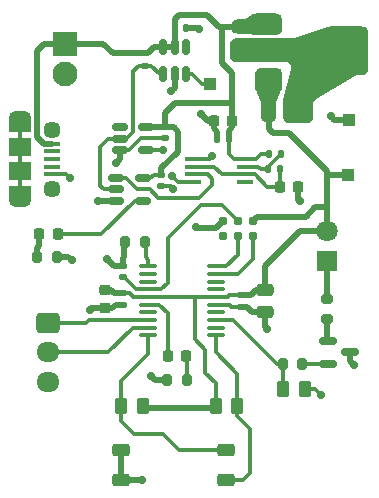
<source format=gbr>
G04 #@! TF.GenerationSoftware,KiCad,Pcbnew,7.0.8*
G04 #@! TF.CreationDate,2024-01-21T00:56:48-07:00*
G04 #@! TF.ProjectId,lapbeacon,6c617062-6561-4636-9f6e-2e6b69636164,v1*
G04 #@! TF.SameCoordinates,Original*
G04 #@! TF.FileFunction,Copper,L1,Top*
G04 #@! TF.FilePolarity,Positive*
%FSLAX46Y46*%
G04 Gerber Fmt 4.6, Leading zero omitted, Abs format (unit mm)*
G04 Created by KiCad (PCBNEW 7.0.8) date 2024-01-21 00:56:48*
%MOMM*%
%LPD*%
G01*
G04 APERTURE LIST*
G04 Aperture macros list*
%AMRoundRect*
0 Rectangle with rounded corners*
0 $1 Rounding radius*
0 $2 $3 $4 $5 $6 $7 $8 $9 X,Y pos of 4 corners*
0 Add a 4 corners polygon primitive as box body*
4,1,4,$2,$3,$4,$5,$6,$7,$8,$9,$2,$3,0*
0 Add four circle primitives for the rounded corners*
1,1,$1+$1,$2,$3*
1,1,$1+$1,$4,$5*
1,1,$1+$1,$6,$7*
1,1,$1+$1,$8,$9*
0 Add four rect primitives between the rounded corners*
20,1,$1+$1,$2,$3,$4,$5,0*
20,1,$1+$1,$4,$5,$6,$7,0*
20,1,$1+$1,$6,$7,$8,$9,0*
20,1,$1+$1,$8,$9,$2,$3,0*%
G04 Aperture macros list end*
G04 #@! TA.AperFunction,SMDPad,CuDef*
%ADD10RoundRect,0.140000X0.140000X0.170000X-0.140000X0.170000X-0.140000X-0.170000X0.140000X-0.170000X0*%
G04 #@! TD*
G04 #@! TA.AperFunction,SMDPad,CuDef*
%ADD11RoundRect,0.200000X0.200000X0.275000X-0.200000X0.275000X-0.200000X-0.275000X0.200000X-0.275000X0*%
G04 #@! TD*
G04 #@! TA.AperFunction,SMDPad,CuDef*
%ADD12RoundRect,0.275000X-0.475000X0.275000X-0.475000X-0.275000X0.475000X-0.275000X0.475000X0.275000X0*%
G04 #@! TD*
G04 #@! TA.AperFunction,SMDPad,CuDef*
%ADD13RoundRect,0.150000X-0.512500X-0.150000X0.512500X-0.150000X0.512500X0.150000X-0.512500X0.150000X0*%
G04 #@! TD*
G04 #@! TA.AperFunction,SMDPad,CuDef*
%ADD14R,1.450000X0.450000*%
G04 #@! TD*
G04 #@! TA.AperFunction,ConnectorPad*
%ADD15C,0.787400*%
G04 #@! TD*
G04 #@! TA.AperFunction,SMDPad,CuDef*
%ADD16RoundRect,0.250000X0.262500X0.450000X-0.262500X0.450000X-0.262500X-0.450000X0.262500X-0.450000X0*%
G04 #@! TD*
G04 #@! TA.AperFunction,SMDPad,CuDef*
%ADD17RoundRect,0.150000X-0.587500X-0.150000X0.587500X-0.150000X0.587500X0.150000X-0.587500X0.150000X0*%
G04 #@! TD*
G04 #@! TA.AperFunction,SMDPad,CuDef*
%ADD18RoundRect,0.140000X-0.140000X-0.170000X0.140000X-0.170000X0.140000X0.170000X-0.140000X0.170000X0*%
G04 #@! TD*
G04 #@! TA.AperFunction,SMDPad,CuDef*
%ADD19RoundRect,0.200000X-0.200000X-0.275000X0.200000X-0.275000X0.200000X0.275000X-0.200000X0.275000X0*%
G04 #@! TD*
G04 #@! TA.AperFunction,SMDPad,CuDef*
%ADD20RoundRect,0.135000X0.135000X0.185000X-0.135000X0.185000X-0.135000X-0.185000X0.135000X-0.185000X0*%
G04 #@! TD*
G04 #@! TA.AperFunction,SMDPad,CuDef*
%ADD21R,2.000000X1.500000*%
G04 #@! TD*
G04 #@! TA.AperFunction,SMDPad,CuDef*
%ADD22R,2.000000X3.800000*%
G04 #@! TD*
G04 #@! TA.AperFunction,SMDPad,CuDef*
%ADD23RoundRect,0.218750X0.218750X0.256250X-0.218750X0.256250X-0.218750X-0.256250X0.218750X-0.256250X0*%
G04 #@! TD*
G04 #@! TA.AperFunction,SMDPad,CuDef*
%ADD24RoundRect,0.140000X-0.170000X0.140000X-0.170000X-0.140000X0.170000X-0.140000X0.170000X0.140000X0*%
G04 #@! TD*
G04 #@! TA.AperFunction,SMDPad,CuDef*
%ADD25RoundRect,0.225000X-0.225000X-0.250000X0.225000X-0.250000X0.225000X0.250000X-0.225000X0.250000X0*%
G04 #@! TD*
G04 #@! TA.AperFunction,SMDPad,CuDef*
%ADD26RoundRect,0.100000X-0.637500X-0.100000X0.637500X-0.100000X0.637500X0.100000X-0.637500X0.100000X0*%
G04 #@! TD*
G04 #@! TA.AperFunction,SMDPad,CuDef*
%ADD27R,1.000000X1.000000*%
G04 #@! TD*
G04 #@! TA.AperFunction,SMDPad,CuDef*
%ADD28RoundRect,0.200000X-0.275000X0.200000X-0.275000X-0.200000X0.275000X-0.200000X0.275000X0.200000X0*%
G04 #@! TD*
G04 #@! TA.AperFunction,SMDPad,CuDef*
%ADD29RoundRect,0.225000X-0.250000X0.225000X-0.250000X-0.225000X0.250000X-0.225000X0.250000X0.225000X0*%
G04 #@! TD*
G04 #@! TA.AperFunction,SMDPad,CuDef*
%ADD30RoundRect,0.218750X-0.218750X-0.256250X0.218750X-0.256250X0.218750X0.256250X-0.218750X0.256250X0*%
G04 #@! TD*
G04 #@! TA.AperFunction,SMDPad,CuDef*
%ADD31RoundRect,0.135000X-0.185000X0.135000X-0.185000X-0.135000X0.185000X-0.135000X0.185000X0.135000X0*%
G04 #@! TD*
G04 #@! TA.AperFunction,ComponentPad*
%ADD32R,2.100000X2.100000*%
G04 #@! TD*
G04 #@! TA.AperFunction,ComponentPad*
%ADD33C,2.100000*%
G04 #@! TD*
G04 #@! TA.AperFunction,SMDPad,CuDef*
%ADD34RoundRect,0.250000X-0.475000X0.250000X-0.475000X-0.250000X0.475000X-0.250000X0.475000X0.250000X0*%
G04 #@! TD*
G04 #@! TA.AperFunction,SMDPad,CuDef*
%ADD35RoundRect,0.225000X0.225000X0.250000X-0.225000X0.250000X-0.225000X-0.250000X0.225000X-0.250000X0*%
G04 #@! TD*
G04 #@! TA.AperFunction,ComponentPad*
%ADD36RoundRect,0.250000X-0.725000X0.600000X-0.725000X-0.600000X0.725000X-0.600000X0.725000X0.600000X0*%
G04 #@! TD*
G04 #@! TA.AperFunction,ComponentPad*
%ADD37O,1.950000X1.700000*%
G04 #@! TD*
G04 #@! TA.AperFunction,SMDPad,CuDef*
%ADD38RoundRect,0.250000X-0.250000X-0.475000X0.250000X-0.475000X0.250000X0.475000X-0.250000X0.475000X0*%
G04 #@! TD*
G04 #@! TA.AperFunction,SMDPad,CuDef*
%ADD39RoundRect,0.250000X-0.262500X-0.450000X0.262500X-0.450000X0.262500X0.450000X-0.262500X0.450000X0*%
G04 #@! TD*
G04 #@! TA.AperFunction,SMDPad,CuDef*
%ADD40RoundRect,0.150000X0.150000X-0.512500X0.150000X0.512500X-0.150000X0.512500X-0.150000X-0.512500X0*%
G04 #@! TD*
G04 #@! TA.AperFunction,SMDPad,CuDef*
%ADD41R,1.350000X0.400000*%
G04 #@! TD*
G04 #@! TA.AperFunction,ComponentPad*
%ADD42O,1.900000X1.200000*%
G04 #@! TD*
G04 #@! TA.AperFunction,SMDPad,CuDef*
%ADD43R,1.900000X1.200000*%
G04 #@! TD*
G04 #@! TA.AperFunction,ComponentPad*
%ADD44C,1.450000*%
G04 #@! TD*
G04 #@! TA.AperFunction,SMDPad,CuDef*
%ADD45R,1.900000X1.500000*%
G04 #@! TD*
G04 #@! TA.AperFunction,ComponentPad*
%ADD46R,1.800000X1.800000*%
G04 #@! TD*
G04 #@! TA.AperFunction,ComponentPad*
%ADD47C,1.800000*%
G04 #@! TD*
G04 #@! TA.AperFunction,ViaPad*
%ADD48C,0.700000*%
G04 #@! TD*
G04 #@! TA.AperFunction,Conductor*
%ADD49C,0.500000*%
G04 #@! TD*
G04 #@! TA.AperFunction,Conductor*
%ADD50C,0.300000*%
G04 #@! TD*
G04 APERTURE END LIST*
D10*
X151680000Y-104900000D03*
X150720000Y-104900000D03*
D11*
X144555000Y-113635000D03*
X142905000Y-113635000D03*
X148125000Y-125300000D03*
X146475000Y-125300000D03*
D12*
X142550000Y-131230000D03*
X142550000Y-133770000D03*
X151450000Y-133770000D03*
X151450000Y-131230000D03*
D13*
X142142500Y-108250000D03*
X142142500Y-109200000D03*
X142142500Y-110150000D03*
X144417500Y-110150000D03*
X144417500Y-108250000D03*
D14*
X148680000Y-106625000D03*
X148680000Y-107275000D03*
X148680000Y-107925000D03*
X148680000Y-108575000D03*
X153080000Y-108575000D03*
X153080000Y-107925000D03*
X153080000Y-107275000D03*
X153080000Y-106625000D03*
D15*
X153730000Y-111865000D03*
X153730000Y-113135000D03*
X152460000Y-111865000D03*
X152460000Y-113135000D03*
X151190000Y-111865000D03*
X151190000Y-113135000D03*
D16*
X158112500Y-126100000D03*
X156287500Y-126100000D03*
D17*
X160062500Y-122050000D03*
X160062500Y-123950000D03*
X161937500Y-123000000D03*
D18*
X147120000Y-95500000D03*
X148080000Y-95500000D03*
D19*
X135475000Y-114900000D03*
X137125000Y-114900000D03*
D20*
X155990000Y-107500000D03*
X154970000Y-107500000D03*
D21*
X155050000Y-95200000D03*
X155050000Y-97500000D03*
D22*
X161350000Y-97500000D03*
D21*
X155050000Y-99800000D03*
D23*
X148072500Y-123300000D03*
X146497500Y-123300000D03*
D24*
X145980000Y-107970000D03*
X145980000Y-108930000D03*
D25*
X156025000Y-109000000D03*
X157575000Y-109000000D03*
D19*
X156275000Y-124000000D03*
X157925000Y-124000000D03*
D26*
X144867500Y-115710000D03*
X144867500Y-116360000D03*
X144867500Y-117010000D03*
X144867500Y-117660000D03*
X144867500Y-118310000D03*
X144867500Y-118960000D03*
X144867500Y-119610000D03*
X144867500Y-120260000D03*
X144867500Y-120910000D03*
X144867500Y-121560000D03*
X150592500Y-121560000D03*
X150592500Y-120910000D03*
X150592500Y-120260000D03*
X150592500Y-119610000D03*
X150592500Y-118960000D03*
X150592500Y-118310000D03*
X150592500Y-117660000D03*
X150592500Y-117010000D03*
X150592500Y-116360000D03*
X150592500Y-115710000D03*
D27*
X161900000Y-103300000D03*
D28*
X160000000Y-118485000D03*
X160000000Y-120135000D03*
D29*
X141230000Y-117725000D03*
X141230000Y-119275000D03*
X152500000Y-95425000D03*
X152500000Y-96975000D03*
D24*
X152730000Y-118155000D03*
X152730000Y-119115000D03*
D30*
X135612500Y-113000000D03*
X137187500Y-113000000D03*
D31*
X144600000Y-97690000D03*
X144600000Y-98710000D03*
D24*
X142730000Y-118000000D03*
X142730000Y-118960000D03*
D32*
X137800000Y-96850000D03*
D33*
X137800000Y-99390000D03*
D24*
X146280000Y-103920000D03*
X146280000Y-104880000D03*
D20*
X156090000Y-106200000D03*
X155070000Y-106200000D03*
D27*
X150100000Y-100300000D03*
D24*
X142730000Y-115655000D03*
X142730000Y-116615000D03*
D34*
X154730000Y-117685000D03*
X154730000Y-119585000D03*
D35*
X151975000Y-103400000D03*
X150425000Y-103400000D03*
D27*
X161800000Y-108000000D03*
D36*
X136400000Y-120500000D03*
D37*
X136400000Y-123000000D03*
X136400000Y-125500000D03*
D38*
X155050000Y-102600000D03*
X156950000Y-102600000D03*
D39*
X150587500Y-127500000D03*
X152412500Y-127500000D03*
D16*
X144412500Y-127500000D03*
X142587500Y-127500000D03*
D40*
X146150000Y-99437500D03*
X147100000Y-99437500D03*
X148050000Y-99437500D03*
X148050000Y-97162500D03*
X147100000Y-97162500D03*
X146150000Y-97162500D03*
D13*
X142442500Y-103950000D03*
X142442500Y-104900000D03*
X142442500Y-105850000D03*
X144717500Y-105850000D03*
X144717500Y-103950000D03*
D41*
X136730000Y-105335000D03*
X136730000Y-105985000D03*
X136730000Y-106635000D03*
X136730000Y-107285000D03*
X136730000Y-107935000D03*
D42*
X134030000Y-103135000D03*
D43*
X134030000Y-103735000D03*
D44*
X136730000Y-104135000D03*
D45*
X134030000Y-105635000D03*
X134030000Y-107635000D03*
D44*
X136730000Y-109135000D03*
D43*
X134030000Y-109535000D03*
D42*
X134030000Y-110135000D03*
D46*
X160000000Y-115260000D03*
D47*
X160000000Y-112720000D03*
D48*
X163100000Y-97000000D03*
X144300000Y-133800000D03*
X158300000Y-103200000D03*
X162300000Y-124100000D03*
X163100000Y-97900000D03*
X159500000Y-126600000D03*
X148900000Y-112400000D03*
X150300000Y-106400000D03*
X156700000Y-98000000D03*
X146800000Y-100900000D03*
X157700000Y-110200000D03*
X149300000Y-102800000D03*
X146968424Y-109144207D03*
X142100000Y-107000000D03*
X153200000Y-98000000D03*
X154900000Y-121000000D03*
X140600000Y-110200000D03*
X163100000Y-96000000D03*
X158300000Y-102100000D03*
X156700000Y-97000000D03*
X163100000Y-98900000D03*
X149200000Y-95600000D03*
X141400000Y-115100000D03*
X138400000Y-115200000D03*
X160300000Y-103000000D03*
X139900000Y-119400000D03*
X145100000Y-125000000D03*
X138200000Y-108200000D03*
X152200000Y-98000000D03*
X146100000Y-105900000D03*
X146850000Y-108050000D03*
D49*
X140650000Y-110150000D02*
X140600000Y-110200000D01*
X142142500Y-110150000D02*
X140650000Y-110150000D01*
X135612500Y-113987500D02*
X135612500Y-113000000D01*
X135475000Y-114125000D02*
X135612500Y-113987500D01*
X135475000Y-114900000D02*
X135475000Y-114125000D01*
D50*
X143300000Y-118000000D02*
X142730000Y-118000000D01*
X144867500Y-118310000D02*
X143610000Y-118310000D01*
X143610000Y-118310000D02*
X143300000Y-118000000D01*
X151590000Y-118310000D02*
X151745000Y-118155000D01*
D49*
X142000000Y-118000000D02*
X142730000Y-118000000D01*
X144412500Y-127500000D02*
X144612500Y-127700000D01*
D50*
X150592500Y-118310000D02*
X151590000Y-118310000D01*
D49*
X141230000Y-117725000D02*
X141725000Y-117725000D01*
X159000000Y-110700000D02*
X160000000Y-110700000D01*
X161800000Y-108000000D02*
X160000000Y-108000000D01*
D50*
X148500000Y-118310000D02*
X150592500Y-118310000D01*
X144867500Y-118310000D02*
X147700000Y-118310000D01*
X150587500Y-125587500D02*
X150587500Y-127500000D01*
D49*
X160000000Y-107600000D02*
X160000000Y-108000000D01*
X154730000Y-117685000D02*
X154730000Y-115670000D01*
X141725000Y-117725000D02*
X142000000Y-118000000D01*
X155400000Y-104400000D02*
X156800000Y-104400000D01*
X158300000Y-112720000D02*
X160000000Y-112720000D01*
D50*
X151745000Y-118155000D02*
X152730000Y-118155000D01*
X147700000Y-118310000D02*
X148500000Y-118310000D01*
D49*
X154015000Y-117685000D02*
X153545000Y-118155000D01*
X144612500Y-127700000D02*
X147700000Y-127700000D01*
X157680000Y-112720000D02*
X158300000Y-112720000D01*
X150387500Y-127700000D02*
X150587500Y-127500000D01*
X154095000Y-111500000D02*
X158200000Y-111500000D01*
X155050000Y-102600000D02*
X155050000Y-104050000D01*
X160000000Y-110700000D02*
X160000000Y-112720000D01*
X155050000Y-104050000D02*
X155400000Y-104400000D01*
D50*
X149700000Y-122800000D02*
X149700000Y-124700000D01*
D49*
X154730000Y-117685000D02*
X154015000Y-117685000D01*
X153730000Y-111865000D02*
X154095000Y-111500000D01*
D50*
X148800000Y-118310000D02*
X148800000Y-121900000D01*
X149700000Y-124700000D02*
X150587500Y-125587500D01*
X148800000Y-121900000D02*
X149700000Y-122800000D01*
D49*
X154730000Y-115670000D02*
X157680000Y-112720000D01*
X153545000Y-118155000D02*
X152730000Y-118155000D01*
X160000000Y-108000000D02*
X160000000Y-110700000D01*
X156800000Y-104400000D02*
X160000000Y-107600000D01*
X147700000Y-127700000D02*
X150387500Y-127700000D01*
X158200000Y-111500000D02*
X159000000Y-110700000D01*
D50*
X153730000Y-113135000D02*
X153730000Y-115070000D01*
X152440000Y-116360000D02*
X150592500Y-116360000D01*
X153730000Y-115070000D02*
X152440000Y-116360000D01*
X146500000Y-114200000D02*
X146500000Y-117100000D01*
X143860000Y-117660000D02*
X142815000Y-116615000D01*
X145940000Y-117660000D02*
X144867500Y-117660000D01*
X149300000Y-110500000D02*
X146500000Y-113300000D01*
X146500000Y-113300000D02*
X146500000Y-114200000D01*
X146500000Y-117100000D02*
X145940000Y-117660000D01*
X151095000Y-110500000D02*
X149300000Y-110500000D01*
X152460000Y-111865000D02*
X151095000Y-110500000D01*
X142815000Y-116615000D02*
X142730000Y-116615000D01*
X144867500Y-117660000D02*
X143860000Y-117660000D01*
X150592500Y-115710000D02*
X151490000Y-115710000D01*
X151490000Y-115710000D02*
X152460000Y-114740000D01*
X152460000Y-114740000D02*
X152460000Y-113135000D01*
X146280000Y-104880000D02*
X144220000Y-104880000D01*
X150592500Y-118960000D02*
X151760000Y-118960000D01*
D49*
X146475000Y-125300000D02*
X145400000Y-125300000D01*
X142730000Y-114970000D02*
X142817500Y-114882500D01*
X151190000Y-111865000D02*
X150575700Y-112479300D01*
X149900000Y-103400000D02*
X149300000Y-102800000D01*
X154730000Y-120830000D02*
X154900000Y-121000000D01*
X153685000Y-119585000D02*
X154730000Y-119585000D01*
X150425000Y-103400000D02*
X150425000Y-104025000D01*
D50*
X148680000Y-106625000D02*
X150075000Y-106625000D01*
D49*
X148979300Y-112479300D02*
X148900000Y-112400000D01*
X150425000Y-104025000D02*
X150720000Y-104320000D01*
X142550000Y-133770000D02*
X144270000Y-133770000D01*
D50*
X136730000Y-107935000D02*
X137935000Y-107935000D01*
X137935000Y-107935000D02*
X138200000Y-108200000D01*
D49*
X142550000Y-133770000D02*
X142550000Y-131230000D01*
X157575000Y-110075000D02*
X157700000Y-110200000D01*
D50*
X159000000Y-126100000D02*
X159500000Y-126600000D01*
X145980000Y-108930000D02*
X146754217Y-108930000D01*
D49*
X142140000Y-118960000D02*
X142730000Y-118960000D01*
X149100000Y-95500000D02*
X149200000Y-95600000D01*
X161937500Y-123000000D02*
X161937500Y-123737500D01*
X150425000Y-103400000D02*
X149900000Y-103400000D01*
D50*
X158112500Y-126100000D02*
X159000000Y-126100000D01*
D49*
X137125000Y-114900000D02*
X138100000Y-114900000D01*
X141955000Y-115655000D02*
X141400000Y-115100000D01*
D50*
X151915000Y-119115000D02*
X152730000Y-119115000D01*
D49*
X147100000Y-99437500D02*
X147100000Y-100600000D01*
X157575000Y-109000000D02*
X157575000Y-110075000D01*
D50*
X150075000Y-106625000D02*
X150300000Y-106400000D01*
X151760000Y-118960000D02*
X151915000Y-119115000D01*
D49*
X152730000Y-119115000D02*
X153215000Y-119115000D01*
X141825000Y-119275000D02*
X142140000Y-118960000D01*
X140025000Y-119275000D02*
X139900000Y-119400000D01*
X141230000Y-119275000D02*
X141825000Y-119275000D01*
X142730000Y-115655000D02*
X141955000Y-115655000D01*
X142442500Y-106657500D02*
X142100000Y-107000000D01*
D50*
X144220000Y-104880000D02*
X143250000Y-105850000D01*
D49*
X160600000Y-103300000D02*
X160300000Y-103000000D01*
X138100000Y-114900000D02*
X138400000Y-115200000D01*
X153215000Y-119115000D02*
X153685000Y-119585000D01*
X147100000Y-100600000D02*
X146800000Y-100900000D01*
X148080000Y-95500000D02*
X149100000Y-95500000D01*
X141230000Y-119275000D02*
X140025000Y-119275000D01*
X150575700Y-112479300D02*
X148979300Y-112479300D01*
X142817500Y-114882500D02*
X142817500Y-113635000D01*
X150720000Y-104320000D02*
X150720000Y-104900000D01*
X144270000Y-133770000D02*
X144300000Y-133800000D01*
D50*
X146754217Y-108930000D02*
X146968424Y-109144207D01*
D49*
X142730000Y-115655000D02*
X142730000Y-114970000D01*
X161900000Y-103300000D02*
X160600000Y-103300000D01*
X154730000Y-119585000D02*
X154730000Y-120830000D01*
X142442500Y-105850000D02*
X142442500Y-106657500D01*
X145400000Y-125300000D02*
X145100000Y-125000000D01*
D50*
X143250000Y-105850000D02*
X142442500Y-105850000D01*
D49*
X161937500Y-123737500D02*
X162300000Y-124100000D01*
D50*
X139840000Y-120260000D02*
X139600000Y-120500000D01*
X144867500Y-120260000D02*
X139840000Y-120260000D01*
X139600000Y-120500000D02*
X136400000Y-120500000D01*
X141500000Y-123000000D02*
X136400000Y-123000000D01*
X143590000Y-120910000D02*
X141500000Y-123000000D01*
X144867500Y-120910000D02*
X143590000Y-120910000D01*
D49*
X160000000Y-120135000D02*
X160000000Y-121987500D01*
X160000000Y-121987500D02*
X160062500Y-122050000D01*
D50*
X157925000Y-124000000D02*
X160012500Y-124000000D01*
X160012500Y-124000000D02*
X160062500Y-123950000D01*
X152412500Y-124812500D02*
X152412500Y-127500000D01*
X152930000Y-133770000D02*
X151450000Y-133770000D01*
X150592500Y-122992500D02*
X152412500Y-124812500D01*
X153500000Y-133200000D02*
X152930000Y-133770000D01*
X150592500Y-121560000D02*
X150592500Y-122992500D01*
X152412500Y-127500000D02*
X152412500Y-128412500D01*
X153500000Y-129500000D02*
X153500000Y-133200000D01*
X152412500Y-128412500D02*
X153500000Y-129500000D01*
X143700000Y-129900000D02*
X146100000Y-129900000D01*
X144867500Y-121560000D02*
X144867500Y-123132500D01*
X142587500Y-125412500D02*
X142587500Y-127500000D01*
X147430000Y-131230000D02*
X151450000Y-131230000D01*
X144867500Y-123132500D02*
X142587500Y-125412500D01*
X142587500Y-127500000D02*
X142587500Y-128787500D01*
X142587500Y-128787500D02*
X143700000Y-129900000D01*
X146100000Y-129900000D02*
X147430000Y-131230000D01*
X144867500Y-115167500D02*
X144642500Y-114942500D01*
X144642500Y-114942500D02*
X144642500Y-113635000D01*
X144867500Y-115710000D02*
X144867500Y-115167500D01*
X146497500Y-123300000D02*
X146497500Y-119697500D01*
X145760000Y-118960000D02*
X144867500Y-118960000D01*
X146497500Y-119697500D02*
X145760000Y-118960000D01*
X156275000Y-124000000D02*
X156275000Y-126087500D01*
X150592500Y-120260000D02*
X152060000Y-120260000D01*
X152060000Y-120260000D02*
X155800000Y-124000000D01*
X155800000Y-124000000D02*
X156275000Y-124000000D01*
X156275000Y-126087500D02*
X156287500Y-126100000D01*
D49*
X151100000Y-98500000D02*
X151975000Y-99375000D01*
X146280000Y-103920000D02*
X147020000Y-103920000D01*
D50*
X153080000Y-106625000D02*
X152125000Y-106625000D01*
D49*
X144600000Y-97690000D02*
X144810000Y-97690000D01*
D50*
X151680000Y-106180000D02*
X151680000Y-104900000D01*
X144417500Y-108250000D02*
X145050000Y-108250000D01*
D49*
X147120000Y-95500000D02*
X147120000Y-94780000D01*
X151680000Y-104220000D02*
X151680000Y-104900000D01*
X136050000Y-96850000D02*
X137800000Y-96850000D01*
X141050000Y-96850000D02*
X141890000Y-97690000D01*
X147100000Y-101900000D02*
X146280000Y-102720000D01*
X147100000Y-95520000D02*
X147120000Y-95500000D01*
X145337500Y-97162500D02*
X146150000Y-97162500D01*
D50*
X145050000Y-108250000D02*
X145330000Y-107970000D01*
D49*
X147400000Y-106000000D02*
X145980000Y-107420000D01*
D50*
X154400000Y-106200000D02*
X155070000Y-106200000D01*
D49*
X151975000Y-99375000D02*
X151975000Y-101900000D01*
X141890000Y-97690000D02*
X144600000Y-97690000D01*
X146150000Y-97162500D02*
X147100000Y-97162500D01*
X136730000Y-105335000D02*
X136035000Y-105335000D01*
X135430000Y-97470000D02*
X136050000Y-96850000D01*
X146280000Y-102720000D02*
X146280000Y-103920000D01*
X150825000Y-95425000D02*
X151100000Y-95425000D01*
X147020000Y-103920000D02*
X147400000Y-104300000D01*
X144810000Y-97690000D02*
X145337500Y-97162500D01*
X151975000Y-103400000D02*
X151975000Y-103925000D01*
X151975000Y-101900000D02*
X147100000Y-101900000D01*
X144717500Y-103950000D02*
X146250000Y-103950000D01*
X146250000Y-103950000D02*
X146280000Y-103920000D01*
X147100000Y-97162500D02*
X147100000Y-95520000D01*
X137800000Y-96850000D02*
X141050000Y-96850000D01*
X151975000Y-101900000D02*
X151975000Y-103400000D01*
X151100000Y-95425000D02*
X151100000Y-98500000D01*
D50*
X152125000Y-106625000D02*
X151680000Y-106180000D01*
X145330000Y-107970000D02*
X145980000Y-107970000D01*
D49*
X151975000Y-103925000D02*
X151680000Y-104220000D01*
X149800000Y-94400000D02*
X150825000Y-95425000D01*
X147400000Y-104300000D02*
X147400000Y-106000000D01*
X135430000Y-104730000D02*
X135430000Y-97470000D01*
X147120000Y-94780000D02*
X147500000Y-94400000D01*
X147500000Y-94400000D02*
X149800000Y-94400000D01*
X136035000Y-105335000D02*
X135430000Y-104730000D01*
D50*
X153080000Y-106625000D02*
X153975000Y-106625000D01*
D49*
X145980000Y-107420000D02*
X145980000Y-107970000D01*
D50*
X153975000Y-106625000D02*
X154400000Y-106200000D01*
D49*
X151100000Y-95425000D02*
X152500000Y-95425000D01*
D50*
X148125000Y-125300000D02*
X148125000Y-123352500D01*
X148125000Y-123352500D02*
X148072500Y-123300000D01*
X134030000Y-107635000D02*
X134030000Y-109535000D01*
X134030000Y-105635000D02*
X134030000Y-107635000D01*
X134030000Y-103735000D02*
X134030000Y-105635000D01*
X146150000Y-99437500D02*
X145837500Y-99437500D01*
X140800000Y-105600000D02*
X141500000Y-104900000D01*
X140800000Y-108900000D02*
X140800000Y-105600000D01*
X145837500Y-99437500D02*
X145110000Y-98710000D01*
X144090000Y-98710000D02*
X143600000Y-99200000D01*
X142142500Y-109200000D02*
X141100000Y-109200000D01*
X143600000Y-104300000D02*
X143000000Y-104900000D01*
X143000000Y-104900000D02*
X142442500Y-104900000D01*
X141500000Y-104900000D02*
X142442500Y-104900000D01*
X141100000Y-109200000D02*
X140800000Y-108900000D01*
X145110000Y-98710000D02*
X144600000Y-98710000D01*
X143600000Y-99200000D02*
X143600000Y-104300000D01*
X144600000Y-98710000D02*
X144090000Y-98710000D01*
X148050000Y-99437500D02*
X148537500Y-99437500D01*
X149400000Y-100300000D02*
X150100000Y-100300000D01*
X148537500Y-99437500D02*
X149400000Y-100300000D01*
D49*
X160000000Y-115260000D02*
X160000000Y-118485000D01*
D50*
X150475000Y-107275000D02*
X151125000Y-107925000D01*
X156025000Y-107535000D02*
X155990000Y-107500000D01*
X154949976Y-109000000D02*
X156025000Y-109000000D01*
X153874976Y-107925000D02*
X154949976Y-109000000D01*
X148680000Y-107275000D02*
X150475000Y-107275000D01*
X153080000Y-107925000D02*
X153874976Y-107925000D01*
X156025000Y-109000000D02*
X156025000Y-107535000D01*
X151125000Y-107925000D02*
X153080000Y-107925000D01*
X154400000Y-107500000D02*
X154175000Y-107275000D01*
X154175000Y-107275000D02*
X153080000Y-107275000D01*
X154970000Y-107320000D02*
X156090000Y-106200000D01*
X154970000Y-107500000D02*
X154970000Y-107320000D01*
X154970000Y-107500000D02*
X154400000Y-107500000D01*
X149200000Y-109900000D02*
X150300000Y-108800000D01*
X145000000Y-109200000D02*
X145700000Y-109900000D01*
X149925000Y-107925000D02*
X148680000Y-107925000D01*
X150300000Y-108800000D02*
X150300000Y-108300000D01*
X145700000Y-109900000D02*
X149200000Y-109900000D01*
X142950000Y-108250000D02*
X143900000Y-109200000D01*
X142142500Y-108250000D02*
X142950000Y-108250000D01*
X150300000Y-108300000D02*
X149925000Y-107925000D01*
X143900000Y-109200000D02*
X145000000Y-109200000D01*
X144717500Y-105850000D02*
X146050000Y-105850000D01*
X146850000Y-108050000D02*
X147375000Y-108575000D01*
X146050000Y-105850000D02*
X146100000Y-105900000D01*
X147375000Y-108575000D02*
X148680000Y-108575000D01*
X143750000Y-110150000D02*
X140900000Y-113000000D01*
X140900000Y-113000000D02*
X137187500Y-113000000D01*
X144417500Y-110150000D02*
X143750000Y-110150000D01*
G04 #@! TA.AperFunction,Conductor*
G36*
X155704031Y-94300530D02*
G01*
X155795879Y-94312622D01*
X155813223Y-94314906D01*
X155844491Y-94323284D01*
X155934918Y-94360740D01*
X155962952Y-94376925D01*
X156040602Y-94436509D01*
X156063491Y-94459398D01*
X156123074Y-94537048D01*
X156139259Y-94565081D01*
X156176715Y-94655508D01*
X156185093Y-94686775D01*
X156199469Y-94795964D01*
X156200000Y-94804065D01*
X156200000Y-95595934D01*
X156199469Y-95604035D01*
X156185093Y-95713224D01*
X156176715Y-95744491D01*
X156139259Y-95834918D01*
X156123074Y-95862951D01*
X156063491Y-95940601D01*
X156040601Y-95963491D01*
X155962951Y-96023074D01*
X155934918Y-96039259D01*
X155844491Y-96076715D01*
X155813224Y-96085093D01*
X155724783Y-96096737D01*
X155704031Y-96099469D01*
X155695934Y-96100000D01*
X154027693Y-96100000D01*
X154025806Y-96099947D01*
X154001743Y-96099281D01*
X153998321Y-96099091D01*
X153985808Y-96098050D01*
X153972488Y-96096942D01*
X153972480Y-96096942D01*
X153972478Y-96096942D01*
X153307668Y-96023074D01*
X153127519Y-96003057D01*
X153099958Y-96000765D01*
X153072307Y-96000000D01*
X152404066Y-96000000D01*
X152395968Y-95999469D01*
X152372457Y-95996374D01*
X152286775Y-95985093D01*
X152255508Y-95976715D01*
X152165081Y-95939259D01*
X152137048Y-95923074D01*
X152059398Y-95863491D01*
X152036508Y-95840601D01*
X152032147Y-95834918D01*
X151976925Y-95762951D01*
X151960740Y-95734918D01*
X151923284Y-95644491D01*
X151914906Y-95613223D01*
X151900531Y-95504035D01*
X151900000Y-95495933D01*
X151900000Y-95304066D01*
X151900531Y-95295964D01*
X151914906Y-95186776D01*
X151923284Y-95155508D01*
X151960740Y-95065081D01*
X151976923Y-95037050D01*
X152036513Y-94959392D01*
X152059392Y-94936513D01*
X152137050Y-94876923D01*
X152165079Y-94860740D01*
X152255509Y-94823283D01*
X152286775Y-94814906D01*
X152395967Y-94800530D01*
X152404067Y-94800000D01*
X152956603Y-94800000D01*
X153025522Y-94790312D01*
X153094443Y-94780624D01*
X153221601Y-94723999D01*
X153774723Y-94378297D01*
X153782350Y-94374241D01*
X153889633Y-94326466D01*
X153922814Y-94316950D01*
X154039102Y-94300603D01*
X154047741Y-94300000D01*
X155695933Y-94300000D01*
X155704031Y-94300530D01*
G37*
G04 #@! TD.AperFunction*
G04 #@! TA.AperFunction,Conductor*
G36*
X163004031Y-95400530D02*
G01*
X163063205Y-95408321D01*
X163113223Y-95414906D01*
X163144491Y-95423284D01*
X163234918Y-95460740D01*
X163262952Y-95476925D01*
X163340602Y-95536509D01*
X163363491Y-95559398D01*
X163423074Y-95637048D01*
X163439259Y-95665081D01*
X163476715Y-95755508D01*
X163485093Y-95786775D01*
X163499469Y-95895964D01*
X163500000Y-95904065D01*
X163500000Y-98995934D01*
X163499469Y-99004035D01*
X163485093Y-99113224D01*
X163476715Y-99144491D01*
X163439259Y-99234918D01*
X163423074Y-99262951D01*
X163363491Y-99340601D01*
X163340601Y-99363491D01*
X163262951Y-99423074D01*
X163234918Y-99439259D01*
X163144491Y-99476715D01*
X163113224Y-99485093D01*
X163024783Y-99496737D01*
X163004031Y-99499469D01*
X162995934Y-99500000D01*
X162637420Y-99500000D01*
X162637418Y-99500000D01*
X162637404Y-99500001D01*
X162504917Y-99517876D01*
X162504907Y-99517879D01*
X162381885Y-99570229D01*
X162381874Y-99570235D01*
X159044470Y-101554638D01*
X159044461Y-101554644D01*
X158943059Y-101634277D01*
X158865393Y-101737193D01*
X158865390Y-101737199D01*
X158816625Y-101856550D01*
X158816623Y-101856556D01*
X158800000Y-101984411D01*
X158800000Y-103095934D01*
X158799469Y-103104035D01*
X158785093Y-103213224D01*
X158776715Y-103244491D01*
X158739259Y-103334918D01*
X158723074Y-103362951D01*
X158663491Y-103440601D01*
X158640601Y-103463491D01*
X158562951Y-103523074D01*
X158534918Y-103539259D01*
X158444491Y-103576715D01*
X158413224Y-103585093D01*
X158324783Y-103596737D01*
X158304031Y-103599469D01*
X158295934Y-103600000D01*
X156804066Y-103600000D01*
X156795968Y-103599469D01*
X156772457Y-103596374D01*
X156686775Y-103585093D01*
X156655508Y-103576715D01*
X156565081Y-103539259D01*
X156537048Y-103523074D01*
X156459398Y-103463491D01*
X156436508Y-103440601D01*
X156376925Y-103362951D01*
X156360740Y-103334918D01*
X156323284Y-103244491D01*
X156314906Y-103213223D01*
X156300531Y-103104035D01*
X156300000Y-103095933D01*
X156300000Y-101761586D01*
X156300110Y-101757902D01*
X156301484Y-101734805D01*
X156303312Y-101704094D01*
X156304183Y-101696803D01*
X156313754Y-101643717D01*
X156314495Y-101640207D01*
X156866426Y-99363491D01*
X156950229Y-99017806D01*
X156951432Y-99004035D01*
X156963294Y-98868220D01*
X156931360Y-98721506D01*
X156857307Y-98590888D01*
X156857306Y-98590887D01*
X156857305Y-98590885D01*
X156747815Y-98488147D01*
X156747807Y-98488142D01*
X156612752Y-98422545D01*
X156464307Y-98400000D01*
X156464305Y-98400000D01*
X152304066Y-98400000D01*
X152295968Y-98399469D01*
X152272457Y-98396374D01*
X152186775Y-98385093D01*
X152155508Y-98376715D01*
X152065081Y-98339259D01*
X152037048Y-98323074D01*
X151959398Y-98263491D01*
X151936508Y-98240601D01*
X151876925Y-98162951D01*
X151860740Y-98134918D01*
X151823284Y-98044491D01*
X151814906Y-98013223D01*
X151800531Y-97904035D01*
X151800000Y-97895933D01*
X151800000Y-96904066D01*
X151800531Y-96895964D01*
X151814906Y-96786776D01*
X151823284Y-96755508D01*
X151860740Y-96665081D01*
X151876923Y-96637050D01*
X151936513Y-96559392D01*
X151959392Y-96536513D01*
X152037050Y-96476923D01*
X152065079Y-96460740D01*
X152155509Y-96423283D01*
X152186775Y-96414906D01*
X152295967Y-96400530D01*
X152304067Y-96400000D01*
X157021346Y-96400000D01*
X157021350Y-96400000D01*
X157099045Y-96393927D01*
X157130773Y-96386362D01*
X157174845Y-96375856D01*
X157174848Y-96375854D01*
X157174852Y-96375854D01*
X160122863Y-95424882D01*
X160127468Y-95423592D01*
X160191533Y-95408319D01*
X160210609Y-95405318D01*
X160247401Y-95402442D01*
X160276239Y-95400189D01*
X160281072Y-95400000D01*
X162995933Y-95400000D01*
X163004031Y-95400530D01*
G37*
G04 #@! TD.AperFunction*
G04 #@! TA.AperFunction,Conductor*
G36*
X155704031Y-98900530D02*
G01*
X155795879Y-98912622D01*
X155813223Y-98914906D01*
X155844491Y-98923284D01*
X155934918Y-98960740D01*
X155962952Y-98976925D01*
X156040602Y-99036509D01*
X156063491Y-99059398D01*
X156123074Y-99137048D01*
X156139259Y-99165081D01*
X156176715Y-99255508D01*
X156185093Y-99286775D01*
X156199469Y-99395964D01*
X156200000Y-99404065D01*
X156200000Y-100578365D01*
X156199584Y-100585542D01*
X156188293Y-100682502D01*
X156181704Y-100710412D01*
X156148441Y-100802186D01*
X156145604Y-100808792D01*
X155752784Y-101594431D01*
X155713376Y-101703158D01*
X155713375Y-101703159D01*
X155700000Y-101818032D01*
X155700000Y-102995934D01*
X155699469Y-103004035D01*
X155685093Y-103113224D01*
X155676715Y-103144491D01*
X155639259Y-103234918D01*
X155623074Y-103262951D01*
X155563491Y-103340601D01*
X155540601Y-103363491D01*
X155462951Y-103423074D01*
X155434918Y-103439259D01*
X155344491Y-103476715D01*
X155313224Y-103485093D01*
X155224783Y-103496737D01*
X155204031Y-103499469D01*
X155195934Y-103500000D01*
X154904066Y-103500000D01*
X154895968Y-103499469D01*
X154872457Y-103496374D01*
X154786775Y-103485093D01*
X154755508Y-103476715D01*
X154665081Y-103439259D01*
X154637048Y-103423074D01*
X154559398Y-103363491D01*
X154536508Y-103340601D01*
X154476925Y-103262951D01*
X154460740Y-103234918D01*
X154423284Y-103144491D01*
X154414906Y-103113223D01*
X154400531Y-103004035D01*
X154400000Y-102995933D01*
X154400000Y-101818032D01*
X154386624Y-101703159D01*
X154386624Y-101703158D01*
X154347214Y-101594427D01*
X153954391Y-100808784D01*
X153951558Y-100802186D01*
X153918295Y-100710412D01*
X153911706Y-100682500D01*
X153900416Y-100585541D01*
X153900000Y-100578364D01*
X153900000Y-99404066D01*
X153900531Y-99395964D01*
X153914906Y-99286776D01*
X153923284Y-99255508D01*
X153960740Y-99165081D01*
X153976923Y-99137050D01*
X154036513Y-99059392D01*
X154059392Y-99036513D01*
X154137050Y-98976923D01*
X154165079Y-98960740D01*
X154255509Y-98923283D01*
X154286775Y-98914906D01*
X154395967Y-98900530D01*
X154404067Y-98900000D01*
X155695933Y-98900000D01*
X155704031Y-98900530D01*
G37*
G04 #@! TD.AperFunction*
M02*

</source>
